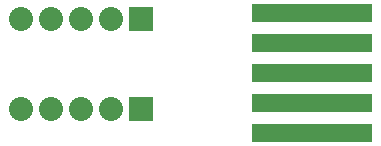
<source format=gts>
G04*
G04 #@! TF.GenerationSoftware,Altium Limited,Altium Designer,20.0.13 (296)*
G04*
G04 Layer_Color=8388736*
%FSLAX23Y23*%
%MOIN*%
G70*
G01*
G75*
%ADD13R,0.402X0.063*%
%ADD14C,0.080*%
%ADD15R,0.080X0.080*%
D13*
X3470Y3920D02*
D03*
X3470Y3820D02*
D03*
X3470Y3720D02*
D03*
X3470Y3620D02*
D03*
X3470Y3520D02*
D03*
D14*
X2500Y3600D02*
D03*
X2600Y3600D02*
D03*
X2700Y3600D02*
D03*
X2800Y3600D02*
D03*
X2500Y3900D02*
D03*
X2600Y3900D02*
D03*
X2700Y3900D02*
D03*
X2800Y3900D02*
D03*
D15*
X2900Y3600D02*
D03*
X2900Y3900D02*
D03*
M02*

</source>
